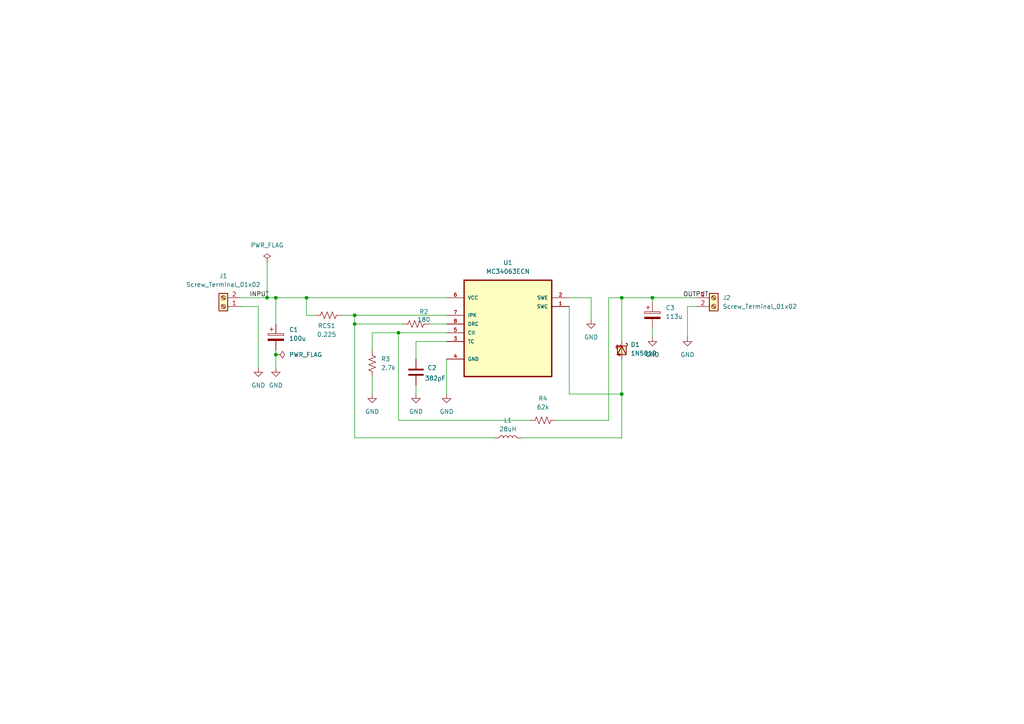
<source format=kicad_sch>
(kicad_sch (version 20250114) (generator "eeschema") (generator_version "9.0")
  (paper "A4")
  (title_block (title "DC-DC_Converter") (date "2025-05-22") (rev "v1.0") (comment 4 "This is a DC boost convertor"))
  (lib_symbols
    (symbol "Connector:Screw_Terminal_01x02" (pin_names (offset 1.016) (hide yes))
      (property "Reference" "J" (at 0 2.54 0))
      (property "Value" "Screw_Terminal_01x02" (at 0 -5.08 0))
      (symbol "Screw_Terminal_01x02_1_1"
        (rectangle (start -1.27 1.27) (end 1.27 -3.81) (stroke (width 0.254)) (fill (type background)))
        (polyline (pts (xy -0.5334 0.3302) (xy 0.3302 -0.508)) (stroke (width 0.1524)))
        (polyline (pts (xy -0.5334 -2.2098) (xy 0.3302 -3.048)) (stroke (width 0.1524)))
        (polyline (pts (xy -0.3556 0.508) (xy 0.508 -0.3302)) (stroke (width 0.1524)))
        (polyline (pts (xy -0.3556 -2.032) (xy 0.508 -2.8702)) (stroke (width 0.1524)))
        (circle (center 0 0) (radius 0.635) (stroke (width 0.1524)))
        (circle (center 0 -2.54) (radius 0.635) (stroke (width 0.1524)))
        (pin passive line (at -5.08 0 0) (length 3.81) (name "Pin_1") (number "1"))
        (pin passive line (at -5.08 -2.54 0) (length 3.81) (name "Pin_2") (number "2"))
      )
    )
    (symbol "Converter_DCDC:MC34063ECN" (pin_names (offset 1.016))
      (property "Reference" "U" (at -0.508 11.176 0))
      (property "Value" "MC34063ECN" (at -3.9624 -23.7744 0))
      (symbol "MC34063ECN_0_0"
        (rectangle (start -12.7 10.16) (end 12.7 -17.78) (stroke (width 0.4064)) (fill (type background)))
        (pin power_in line (at -17.78 5.08 0) (length 5.08) (name "VCC") (number "6"))
        (pin input line (at -17.78 0 0) (length 5.08) (name "IPK") (number "7"))
        (pin passive line (at -17.78 -2.54 0) (length 5.08) (name "DRC") (number "8"))
        (pin input line (at -17.78 -5.08 0) (length 5.08) (name "CII") (number "5"))
        (pin input line (at -17.78 -7.62 0) (length 5.08) (name "TC") (number "3"))
        (pin passive line (at -17.78 -12.7 0) (length 5.08) (name "GND") (number "4"))
        (pin passive line (at 17.78 5.08 180) (length 5.08) (name "SWE") (number "2"))
        (pin passive line (at 17.78 2.54 180) (length 5.08) (name "SWC") (number "1"))
      )
    )
    (symbol "Device:C" (pin_numbers (hide yes)) (pin_names (offset 0.254))
      (property "Reference" "C" (at 0.635 2.54 0))
      (property "Value" "C" (at 0.635 -2.54 0))
      (symbol "C_0_1"
        (polyline (pts (xy -2.032 0.762) (xy 2.032 0.762)) (stroke (width 0.508)))
        (polyline (pts (xy -2.032 -0.762) (xy 2.032 -0.762)) (stroke (width 0.508)))
      )
      (symbol "C_1_1"
        (pin passive line (at 0 3.81 270) (length 2.794) (name "~") (number "1"))
        (pin passive line (at 0 -3.81 90) (length 2.794) (name "~") (number "2"))
      )
    )
    (symbol "Device:C_Polarized" (pin_numbers (hide yes)) (pin_names (offset 0.254))
      (property "Reference" "C" (at 0.635 2.54 0))
      (property "Value" "C_Polarized" (at 0.635 -2.54 0))
      (symbol "C_Polarized_0_1"
        (rectangle (start -2.286 0.508) (end 2.286 1.016))
        (polyline (pts (xy -1.778 2.286) (xy -0.762 2.286)))
        (polyline (pts (xy -1.27 2.794) (xy -1.27 1.778)))
        (rectangle (start 2.286 -0.508) (end -2.286 -1.016) (fill (type outline)))
      )
      (symbol "C_Polarized_1_1"
        (pin passive line (at 0 3.81 270) (length 2.794) (name "~") (number "1"))
        (pin passive line (at 0 -3.81 90) (length 2.794) (name "~") (number "2"))
      )
    )
    (symbol "Device:L" (pin_numbers (hide yes)) (pin_names (offset 1.016) (hide yes))
      (property "Reference" "L" (at -1.27 0 90))
      (property "Value" "L" (at 1.905 0 90))
      (symbol "L_0_1"
        (arc (start 0 2.54) (mid 0.6323 1.905) (end 0 1.27))
        (arc (start 0 1.27) (mid 0.6323 0.635) (end 0 0))
        (arc (start 0 0) (mid 0.6323 -0.635) (end 0 -1.27))
        (arc (start 0 -1.27) (mid 0.6323 -1.905) (end 0 -2.54))
      )
      (symbol "L_1_1"
        (pin passive line (at 0 3.81 270) (length 1.27) (name "1") (number "1"))
        (pin passive line (at 0 -3.81 90) (length 1.27) (name "2") (number "2"))
      )
    )
    (symbol "Device:R_US" (pin_numbers (hide yes)) (pin_names (offset 0))
      (property "Reference" "R" (at 2.54 0 90))
      (property "Value" "R_US" (at -2.54 0 90))
      (symbol "R_US_0_1"
        (polyline (pts (xy 0 2.286) (xy 0 2.54)))
        (polyline (pts (xy 0 2.286) (xy 1.016 1.905) (xy 0 1.524) (xy -1.016 1.143) (xy 0 0.762)))
        (polyline (pts (xy 0 0.762) (xy 1.016 0.381) (xy 0 0) (xy -1.016 -0.381) (xy 0 -0.762)))
        (polyline (pts (xy 0 -0.762) (xy 1.016 -1.143) (xy 0 -1.524) (xy -1.016 -1.905) (xy 0 -2.286)))
        (polyline (pts (xy 0 -2.286) (xy 0 -2.54)))
      )
      (symbol "R_US_1_1"
        (pin passive line (at 0 3.81 270) (length 1.27) (name "~") (number "1"))
        (pin passive line (at 0 -3.81 90) (length 1.27) (name "~") (number "2"))
      )
    )
    (symbol "Diode:1N5819" (pin_names (offset 1.016))
      (property "Reference" "D" (at 2.54 0.4826 0))
      (property "Value" "1N5819" (at 2.54 -2.3114 0))
      (symbol "1N5819_0_0"
        (rectangle (start -1.27 -1.27) (end 1.27 1.27) (stroke (width 0.254)) (fill (type background)))
        (polyline (pts (xy -1.27 -1.27) (xy 1.27 0)) (stroke (width 0.254)))
        (arc (start 0.508 1.27) (mid 0.889 1.6493) (end 1.27 1.27) (stroke (width 0.254)))
        (polyline (pts (xy 1.27 0) (xy -1.27 1.27)) (stroke (width 0.254)))
        (arc (start 2.032 -1.27) (mid 1.651 -1.6493) (end 1.27 -1.27) (stroke (width 0.254)))
        (pin passive line (at -2.54 0 0) (length 2.54) (name "~") (number "A"))
        (pin passive line (at 2.54 0 180) (length 2.54) (name "~") (number "C"))
      )
    )
    (symbol "power:GND" (power) (pin_numbers (hide yes)) (pin_names (offset 0) (hide yes))
      (property "Value" "GND" (at 0 -3.81 0))
      (symbol "GND_0_1"
        (polyline (pts (xy 0 0) (xy 0 -1.27) (xy 1.27 -1.27) (xy 0 -2.54) (xy -1.27 -1.27) (xy 0 -1.27)))
      )
      (symbol "GND_1_1"
        (pin power_in line (at 0 0 270) (length 0) (name "~") (number "1"))
      )
    )
    (symbol "power:PWR_FLAG" (power) (pin_numbers (hide yes)) (pin_names (offset 0) (hide yes))
      (property "Value" "PWR_FLAG" (at 0 3.81 0))
      (symbol "PWR_FLAG_0_0"
        (pin power_out line (at 0 0 90) (length 0) (name "~") (number "1"))
      )
      (symbol "PWR_FLAG_0_1"
        (polyline (pts (xy 0 0) (xy 0 1.27) (xy -1.016 1.905) (xy 0 2.54) (xy 1.016 1.905) (xy 0 1.27)))
      )
    )
  )
  (junction (at 77.47 86.36))
  (junction (at 102.87 93.98))
  (junction (at 102.87 91.44))
  (junction (at 80.01 102.87))
  (junction (at 80.01 86.36))
  (junction (at 88.9 86.36))
  (junction (at 180.34 86.36))
  (junction (at 115.57 96.52))
  (junction (at 189.23 86.36))
  (junction (at 180.34 114.3))
  (wire (pts (xy 189.23 87.63) (xy 189.23 86.36)))
  (wire (pts (xy 74.93 106.68) (xy 74.93 88.9)))
  (wire (pts (xy 151.13 127) (xy 180.34 127)))
  (wire (pts (xy 120.65 99.06) (xy 120.65 104.14)))
  (wire (pts (xy 176.53 121.92) (xy 176.53 86.36)))
  (wire (pts (xy 129.54 99.06) (xy 120.65 99.06)))
  (wire (pts (xy 165.1 86.36) (xy 171.45 86.36)))
  (wire (pts (xy 80.01 86.36) (xy 88.9 86.36)))
  (wire (pts (xy 161.29 121.92) (xy 176.53 121.92)))
  (wire (pts (xy 80.01 86.36) (xy 80.01 93.98)))
  (wire (pts (xy 171.45 86.36) (xy 171.45 92.71)))
  (wire (pts (xy 165.1 88.9) (xy 165.1 114.3)))
  (wire (pts (xy 107.95 114.3) (xy 107.95 109.22)))
  (wire (pts (xy 88.9 91.44) (xy 91.44 91.44)))
  (wire (pts (xy 115.57 121.92) (xy 153.67 121.92)))
  (wire (pts (xy 165.1 114.3) (xy 180.34 114.3)))
  (wire (pts (xy 102.87 93.98) (xy 102.87 127)))
  (wire (pts (xy 180.34 86.36) (xy 180.34 99.06)))
  (wire (pts (xy 115.57 96.52) (xy 129.54 96.52)))
  (wire (pts (xy 74.93 88.9) (xy 69.85 88.9)))
  (wire (pts (xy 124.46 93.98) (xy 129.54 93.98)))
  (wire (pts (xy 80.01 106.68) (xy 80.01 102.87)))
  (wire (pts (xy 107.95 101.6) (xy 107.95 96.52)))
  (wire (pts (xy 180.34 86.36) (xy 189.23 86.36)))
  (wire (pts (xy 102.87 93.98) (xy 116.84 93.98)))
  (wire (pts (xy 176.53 86.36) (xy 180.34 86.36)))
  (wire (pts (xy 77.47 86.36) (xy 80.01 86.36)))
  (wire (pts (xy 107.95 96.52) (xy 115.57 96.52)))
  (wire (pts (xy 102.87 91.44) (xy 129.54 91.44)))
  (wire (pts (xy 80.01 102.87) (xy 80.01 101.6)))
  (wire (pts (xy 69.85 86.36) (xy 77.47 86.36)))
  (wire (pts (xy 199.39 97.79) (xy 199.39 88.9)))
  (wire (pts (xy 180.34 127) (xy 180.34 114.3)))
  (wire (pts (xy 120.65 111.76) (xy 120.65 114.3)))
  (wire (pts (xy 99.06 91.44) (xy 102.87 91.44)))
  (wire (pts (xy 189.23 97.79) (xy 189.23 95.25)))
  (wire (pts (xy 102.87 93.98) (xy 102.87 91.44)))
  (wire (pts (xy 115.57 96.52) (xy 115.57 121.92)))
  (wire (pts (xy 129.54 104.14) (xy 129.54 114.3)))
  (wire (pts (xy 88.9 86.36) (xy 129.54 86.36)))
  (wire (pts (xy 88.9 86.36) (xy 88.9 91.44)))
  (wire (pts (xy 102.87 127) (xy 143.51 127)))
  (wire (pts (xy 180.34 104.14) (xy 180.34 114.3)))
  (wire (pts (xy 199.39 88.9) (xy 201.93 88.9)))
  (wire (pts (xy 77.47 76.2) (xy 77.47 86.36)))
  (wire (pts (xy 189.23 86.36) (xy 201.93 86.36)))
  (label "INPUT" (at 72.39 86.36 0))
  (label "OUTPUT" (at 198.12 86.36 0))
  (symbol (lib_id "power:GND") (at 107.95 114.3 0) (unit 1)
    (property "Reference" "#PWR06" (effects (hide yes)))
    (property "Value" "GND" (at 107.95 119.38 0))
    (property "Description" "Power symbol creates a global label with name \"GND\" , ground" (effects (hide yes)))
  )
  (symbol (lib_id "Device:R_US") (at 157.48 121.92 270) (unit 1)
    (property "Reference" "R4" (at 157.48 115.57 90))
    (property "Value" "62k" (at 157.48 118.11 90))
    (property "Footprint" "Resistor_THT:Resistor_L7.0mm_D2.5mm_d0.45mm" (effects (hide yes)))
    (property "Description" "Resistor, US symbol" (effects (hide yes)))
  )
  (symbol (lib_id "Diode:1N5819") (at 180.34 101.6 90) (unit 1)
    (property "Reference" "D1" (at 182.88 99.9489 90) (effects (justify right)))
    (property "Value" "1N5819" (at 182.88 102.4889 90) (effects (justify right)))
    (property "Footprint" "DC-DC:DO41-10" (effects (hide yes)))
    (property "MF" "STMicroelectronics" (effects (hide yes)))
    (property "Description_1" "Diode Schottky 40 V 1A Through Hole DO-41" (effects (hide yes)))
    (property "Package" "DO-41 ON Semiconductor" (effects (hide yes)))
    (property "Price" "None" (effects (hide yes)))
    (property "SnapEDA_Link" "https://www.snapeda.com/parts/1N5819/STMicroelectronics/view-part/?ref=snap" (effects (hide yes)))
    (property "MP" "1N5819" (effects (hide yes)))
    (property "Availability" "In Stock" (effects (hide yes)))
    (property "Check_prices" "https://www.snapeda.com/parts/1N5819/STMicroelectronics/view-part/?ref=eda" (effects (hide yes)))
  )
  (symbol (lib_id "Connector:Screw_Terminal_01x02") (at 207.01 86.36 0) (unit 1)
    (property "Reference" "J2" (at 209.55 86.3599 0) (effects (justify left)))
    (property "Value" "Screw_Terminal_01x02" (at 209.55 88.8999 0) (effects (justify left)))
    (property "Footprint" "TerminalBlock_MetzConnect:DB301V-3.5-2P" (effects (hide yes)))
    (property "Description" "Generic screw terminal, single row, 01x02, script generated (kicad-library-utils/schlib/autogen/connector/)" (effects (hide yes)))
  )
  (symbol (lib_id "Device:C_Polarized") (at 80.01 97.79 0) (unit 1)
    (property "Reference" "C1" (at 83.82 95.6309 0) (effects (justify left)))
    (property "Value" "100u" (at 83.82 98.1709 0) (effects (justify left)))
    (property "Footprint" "Capacitor_THT:CP_Radial_D8.0mm_P3.50mm" (effects (hide yes)))
    (property "Description" "Polarized capacitor" (effects (hide yes)))
  )
  (symbol (lib_id "Converter_DCDC:MC34063ECN") (at 147.32 91.44 0) (unit 1)
    (property "Reference" "U1" (at 147.32 76.2 0))
    (property "Value" "MC34063ECN" (at 147.32 78.74 0))
    (property "Footprint" "DC-DC:DIP254P762X480-8" (effects (hide yes)))
  )
  (symbol (lib_id "Device:R_US") (at 95.25 91.44 90) (unit 1)
    (property "Reference" "RCS1" (at 94.742 94.488 90))
    (property "Value" "0.225" (at 94.742 97.028 90))
    (property "Footprint" "Resistor_THT:Resistor_L7.0mm_D2.5mm_d0.45mm" (effects (hide yes)))
    (property "Description" "Resistor, US symbol" (effects (hide yes)))
  )
  (symbol (lib_id "power:GND") (at 189.23 97.79 0) (unit 1)
    (property "Reference" "#PWR07" (effects (hide yes)))
    (property "Value" "GND" (at 189.23 102.87 0))
    (property "Description" "Power symbol creates a global label with name \"GND\" , ground" (effects (hide yes)))
  )
  (symbol (lib_id "Device:R_US") (at 107.95 105.41 180) (unit 1)
    (property "Reference" "R3" (at 110.49 104.1399 0) (effects (justify right)))
    (property "Value" "2.7k" (at 110.49 106.6799 0) (effects (justify right)))
    (property "Footprint" "Resistor_THT:Resistor_L7.0mm_D2.5mm_d0.45mm" (effects (hide yes)))
    (property "Description" "Resistor, US symbol" (effects (hide yes)))
  )
  (symbol (lib_id "Device:C_Polarized") (at 189.23 91.44 0) (unit 1)
    (property "Reference" "C3" (at 193.04 89.2809 0) (effects (justify left)))
    (property "Value" "113u" (at 193.04 91.8209 0) (effects (justify left)))
    (property "Footprint" "Capacitor_THT:CP_Radial_D8.0mm_P3.50mm" (effects (hide yes)))
    (property "Description" "Polarized capacitor" (effects (hide yes)))
  )
  (symbol (lib_id "Device:C") (at 120.65 107.95 0) (unit 1)
    (property "Reference" "C2" (at 123.952 106.68 0) (effects (justify left)))
    (property "Value" "382pF" (at 123.19 109.728 0) (effects (justify left)))
    (property "Footprint" "Capacitor_THT:C_Disc_D5.0mm_W2.5mm_P5.00mm" (effects (hide yes)))
    (property "Description" "Unpolarized capacitor" (effects (hide yes)))
  )
  (symbol (lib_id "power:GND") (at 120.65 114.3 0) (unit 1)
    (property "Reference" "#PWR04" (effects (hide yes)))
    (property "Value" "GND" (at 120.65 119.38 0))
    (property "Description" "Power symbol creates a global label with name \"GND\" , ground" (effects (hide yes)))
  )
  (symbol (lib_id "power:GND") (at 129.54 114.3 0) (unit 1)
    (property "Reference" "#PWR05" (effects (hide yes)))
    (property "Value" "GND" (at 129.54 119.38 0))
    (property "Description" "Power symbol creates a global label with name \"GND\" , ground" (effects (hide yes)))
  )
  (symbol (lib_id "Connector:Screw_Terminal_01x02") (at 64.77 88.9 180) (unit 1)
    (property "Reference" "J1" (at 64.77 80.01 0))
    (property "Value" "Screw_Terminal_01x02" (at 64.77 82.55 0))
    (property "Footprint" "TerminalBlock_MetzConnect:DB301V-3.5-2P" (effects (hide yes)))
    (property "Description" "Generic screw terminal, single row, 01x02, script generated (kicad-library-utils/schlib/autogen/connector/)" (effects (hide yes)))
  )
  (symbol (lib_id "power:GND") (at 199.39 97.79 0) (unit 1)
    (property "Reference" "#PWR09" (effects (hide yes)))
    (property "Value" "GND" (at 199.39 102.87 0))
    (property "Description" "Power symbol creates a global label with name \"GND\" , ground" (effects (hide yes)))
  )
  (symbol (lib_id "power:PWR_FLAG") (at 80.01 102.87 270) (unit 1)
    (property "Reference" "#FLG02" (effects (hide yes)))
    (property "Value" "PWR_FLAG" (at 83.82 102.8699 90) (effects (justify left)))
    (property "Description" "Special symbol for telling ERC where power comes from" (effects (hide yes)))
  )
  (symbol (lib_id "power:PWR_FLAG") (at 77.47 76.2 0) (unit 1)
    (property "Reference" "#FLG01" (effects (hide yes)))
    (property "Value" "PWR_FLAG" (at 77.47 71.12 0))
    (property "Description" "Special symbol for telling ERC where power comes from" (effects (hide yes)))
  )
  (symbol (lib_id "power:GND") (at 80.01 106.68 0) (unit 1)
    (property "Reference" "#PWR02" (effects (hide yes)))
    (property "Value" "GND" (at 80.01 111.76 0))
    (property "Description" "Power symbol creates a global label with name \"GND\" , ground" (effects (hide yes)))
  )
  (symbol (lib_id "Device:R_US") (at 120.65 93.98 90) (unit 1)
    (property "Reference" "R2" (at 122.936 90.424 90))
    (property "Value" "180" (at 122.936 92.71 90))
    (property "Footprint" "Resistor_THT:Resistor_L7.0mm_D2.5mm_d0.45mm" (effects (hide yes)))
    (property "Description" "Resistor, US symbol" (effects (hide yes)))
  )
  (symbol (lib_id "Device:L") (at 147.32 127 90) (unit 1)
    (property "Reference" "L1" (at 147.32 121.92 90))
    (property "Value" "28uH" (at 147.32 124.46 90))
    (property "Footprint" "Inductor_THT:L_Radial_D10.0mm_P5.00mm_Fastron_07M" (effects (hide yes)))
    (property "Description" "Inductor" (effects (hide yes)))
  )
  (symbol (lib_id "power:GND") (at 171.45 92.71 0) (unit 1)
    (property "Reference" "#PWR03" (effects (hide yes)))
    (property "Value" "GND" (at 171.45 97.79 0))
    (property "Description" "Power symbol creates a global label with name \"GND\" , ground" (effects (hide yes)))
  )
  (symbol (lib_id "power:GND") (at 74.93 106.68 0) (unit 1)
    (property "Reference" "#PWR08" (effects (hide yes)))
    (property "Value" "GND" (at 74.93 111.76 0))
    (property "Description" "Power symbol creates a global label with name \"GND\" , ground" (effects (hide yes)))
  )
)
</source>
